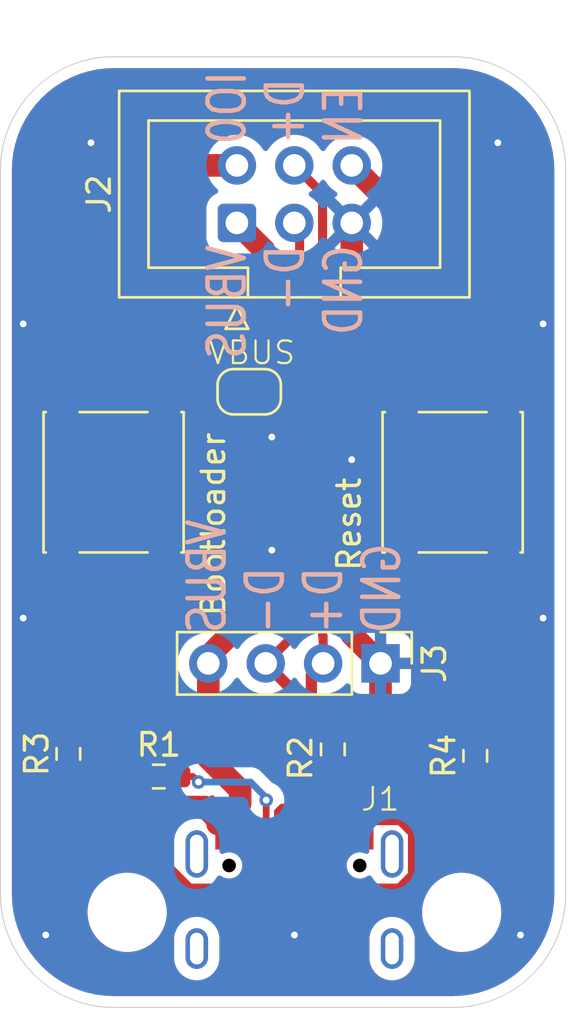
<source format=kicad_pcb>
(kicad_pcb (version 20241229) (generator "pcbnew") (generator_version "9.0")
  (layers (0 "F.Cu" signal) (2 "B.Cu" signal) (13 "F.Paste" user) (15 "B.Paste" user) (5 "F.SilkS" user "F.Silkscreen") (7 "B.SilkS" user "B.Silkscreen") (1 "F.Mask" user) (3 "B.Mask" user) (25 "Edge.Cuts" user))
  (net 0 "")
  (net 1 "Net-(J2-Pin_2)")
  (net 2 "Net-(BOOT1-Pad2)")
  (net 3 "GND")
  (net 4 "VBUS")
  (net 8 "Net-(J1-Dp1)")
  (net 9 "Net-(J1-Dn1)")
  (net 10 "Net-(J1-CC1-Pad4)")
  (net 12 "Net-(J1-CC1-Pad10)")
  (net 15 "Net-(J2-Pin_1)")
  (net 16 "Net-(J2-Pin_6)")
  (net 17 "Net-(R4-Pad1)")
  (footprint "Resistor_SMD:R_0603_1608Metric_Pad0.98x0.95mm_HandSolder" (layer "F.Cu") (at 124.7 98.8 90)
    (property "Reference" "R2" (at -0.3865 -1.43 90) (layer "F.SilkS"))
    (property "Value" "1.5k")
    (fp_line (start -0.254724 -0.5225) (end 0.254724 -0.5225) (stroke (width 0.12)) (layer "F.SilkS"))
    (fp_line (start -0.254724 0.5225) (end 0.254724 0.5225) (stroke (width 0.12)) (layer "F.SilkS"))
    (pad "1" smd roundrect (at -0.9125 0 90) (size 0.975 0.95) (layers "F.Cu" "F.Mask" "F.Paste") (net 12 "Net-(J1-CC1-Pad10)"))
    (pad "2" smd roundrect (at 0.9125 0 90) (size 0.975 0.95) (layers "F.Cu" "F.Mask" "F.Paste") (net 3 "GND"))
  )
  (footprint "Button_Switch_SMD:SW_Push_1P1T_NO_E-Switch_TL3301NxxxxxG" (layer "F.Cu") (at 115 87 90)
    (property "Reference" "BOOT1" (hide yes))
    (property "Value" "SW_Push")
    (fp_line (start -3.1 -3.1) (end 3.1 -3.1) (stroke (width 0.12)) (layer "F.SilkS"))
    (fp_line (start -3.1 -3.1) (end -3.1 -3) (stroke (width 0.12)) (layer "F.SilkS"))
    (fp_line (start 3.1 -3) (end 3.1 -3.1) (stroke (width 0.12)) (layer "F.SilkS"))
    (fp_line (start 3.1 -1.5) (end 3.1 1.5) (stroke (width 0.12)) (layer "F.SilkS"))
    (fp_line (start -3.1 -1.5) (end -3.1 1.5) (stroke (width 0.12)) (layer "F.SilkS"))
    (fp_line (start 3.1 3.1) (end 3.1 3) (stroke (width 0.12)) (layer "F.SilkS"))
    (fp_line (start -3.1 3.1) (end -3.1 3) (stroke (width 0.12)) (layer "F.SilkS"))
    (fp_line (start -3.1 3.1) (end 3.1 3.1) (stroke (width 0.12)) (layer "F.SilkS"))
    (pad "1" smd roundrect (at -4.55 -2.25 90) (size 2.1 1.4) (layers "F.Cu" "F.Mask" "F.Paste") (roundrect_rratio 0.1785714286) (net 1 "Net-(J2-Pin_2)"))
    (pad "1" smd roundrect (at 4.55 -2.25 90) (size 2.1 1.4) (layers "F.Cu" "F.Mask" "F.Paste") (roundrect_rratio 0.1785714286) (net 1 "Net-(J2-Pin_2)"))
    (pad "2" smd roundrect (at -4.55 2.25 90) (size 2.1 1.4) (layers "F.Cu" "F.Mask" "F.Paste") (roundrect_rratio 0.1785714286) (net 2 "Net-(BOOT1-Pad2)"))
    (pad "2" smd roundrect (at 4.55 2.25 90) (size 2.1 1.4) (layers "F.Cu" "F.Mask" "F.Paste") (roundrect_rratio 0.1785714286) (net 2 "Net-(BOOT1-Pad2)"))
  )
  (footprint "Jumper:SolderJumper-2_P1.3mm_Bridged_RoundedPad1.0x1.5mm" (layer "F.Cu") (at 121 83)
    (property "Reference" "JP1" (hide yes))
    (property "Value" "Jumper_2_Bridged")
    (fp_poly (pts (xy 0.25 -0.3) (xy -0.25 -0.3) (xy -0.25 0.3) (xy 0.25 0.3)) (fill yes) (layer "F.Cu"))
    (fp_line (start -1.4 0.3) (end -1.4 -0.3) (stroke (width 0.12)) (layer "F.SilkS"))
    (fp_line (start -0.7 -1) (end 0.7 -1) (stroke (width 0.12)) (layer "F.SilkS"))
    (fp_line (start 0.7 1) (end -0.7 1) (stroke (width 0.12)) (layer "F.SilkS"))
    (fp_line (start 1.4 -0.3) (end 1.4 0.3) (stroke (width 0.12)) (layer "F.SilkS"))
    (fp_arc (start -1.4 -0.3) (mid -1.194975 -0.794975) (end -0.7 -1) (stroke (width 0.12)) (layer "F.SilkS"))
    (fp_arc (start -0.7 1) (mid -1.194975 0.794975) (end -1.4 0.3) (stroke (width 0.12)) (layer "F.SilkS"))
    (fp_arc (start 0.7 -1) (mid 1.194975 -0.794975) (end 1.4 -0.3) (stroke (width 0.12)) (layer "F.SilkS"))
    (fp_arc (start 1.4 0.3) (mid 1.194975 0.794975) (end 0.7 1) (stroke (width 0.12)) (layer "F.SilkS"))
    (pad "1" smd custom (at -0.65 0) (size 1 0.5) (layers "F.Cu" "F.Mask") (net 4 "VBUS") (options (clearance outline) (anchor rect)) (primitives (gr_circle (center 0 0.25) (end 0.5 0.25) (width 0) (fill yes)) (gr_circle (center 0 -0.25) (end 0.5 -0.25) (width 0) (fill yes)) (gr_poly (pts (xy 0.5 0.75) (xy 0 0.75) (xy 0 -0.75) (xy 0.5 -0.75)) (width 0) (fill yes))))
    (pad "2" smd custom (at 0.65 0) (size 1 0.5) (layers "F.Cu" "F.Mask") (net 15 "Net-(J2-Pin_1)") (options (clearance outline) (anchor rect)) (primitives (gr_circle (center 0 0.25) (end 0.5 0.25) (width 0) (fill yes)) (gr_circle (center 0 -0.25) (end 0.5 -0.25) (width 0) (fill yes)) (gr_poly (pts (xy 0 0.75) (xy -0.5 0.75) (xy -0.5 -0.75) (xy 0 -0.75)) (width 0) (fill yes))))
  )
  (footprint "Resistor_SMD:R_0603_1608Metric_Pad0.98x0.95mm_HandSolder" (layer "F.Cu") (at 117 100 180)
    (property "Reference" "R1" (at 0 1.4 0) (layer "F.SilkS"))
    (property "Value" "1.5k")
    (fp_line (start -0.254724 0.5225) (end 0.254724 0.5225) (stroke (width 0.12)) (layer "F.SilkS"))
    (fp_line (start -0.254724 -0.5225) (end 0.254724 -0.5225) (stroke (width 0.12)) (layer "F.SilkS"))
    (pad "1" smd roundrect (at -0.9125 0 180) (size 0.975 0.95) (layers "F.Cu" "F.Mask" "F.Paste") (net 10 "Net-(J1-CC1-Pad4)"))
    (pad "2" smd roundrect (at 0.9125 0 180) (size 0.975 0.95) (layers "F.Cu" "F.Mask" "F.Paste") (net 3 "GND"))
  )
  (footprint "Connector_PinHeader_2.54mm:PinHeader_1x04_P2.54mm_Vertical" (layer "F.Cu") (at 126.81 95 -90)
    (property "Reference" "J3" (at 0 -2.38 90) (layer "F.SilkS"))
    (property "Value" "Conn_01x04_Pin")
    (fp_line (start -1.38 9) (end 1.38 9) (stroke (width 0.12)) (layer "F.SilkS"))
    (fp_line (start -1.38 1.27) (end -1.38 9) (stroke (width 0.12)) (layer "F.SilkS"))
    (fp_line (start -1.38 1.27) (end 1.38 1.27) (stroke (width 0.12)) (layer "F.SilkS"))
    (fp_line (start 1.38 1.27) (end 1.38 9) (stroke (width 0.12)) (layer "F.SilkS"))
    (fp_line (start -1.38 0) (end -1.38 -1.38) (stroke (width 0.12)) (layer "F.SilkS"))
    (fp_line (start -1.38 -1.38) (end 0 -1.38) (stroke (width 0.12)) (layer "F.SilkS"))
    (pad "1" thru_hole rect (at 0 0 270) (size 1.7 1.7) (drill 1) (layers "*.Cu" "*.Mask") (net 3 "GND"))
    (pad "2" thru_hole circle (at 0 2.54 270) (size 1.7 1.7) (drill 1) (layers "*.Cu" "*.Mask") (net 8 "Net-(J1-Dp1)"))
    (pad "3" thru_hole circle (at 0 5.08 270) (size 1.7 1.7) (drill 1) (layers "*.Cu" "*.Mask") (net 9 "Net-(J1-Dn1)"))
    (pad "4" thru_hole circle (at 0 7.62 270) (size 1.7 1.7) (drill 1) (layers "*.Cu" "*.Mask") (net 4 "VBUS"))
  )
  (footprint "Button_Switch_SMD:SW_Push_1P1T_NO_E-Switch_TL3301NxxxxxG" (layer "F.Cu") (at 130 87 90)
    (property "Reference" "RESET1" (hide yes))
    (property "Value" "SW_Push")
    (fp_line (start -3.1 -3.1) (end 3.1 -3.1) (stroke (width 0.12)) (layer "F.SilkS"))
    (fp_line (start -3.1 -3.1) (end -3.1 -3) (stroke (width 0.12)) (layer "F.SilkS"))
    (fp_line (start 3.1 -3) (end 3.1 -3.1) (stroke (width 0.12)) (layer "F.SilkS"))
    (fp_line (start 3.1 -1.5) (end 3.1 1.5) (stroke (width 0.12)) (layer "F.SilkS"))
    (fp_line (start -3.1 -1.5) (end -3.1 1.5) (stroke (width 0.12)) (layer "F.SilkS"))
    (fp_line (start 3.1 3.1) (end 3.1 3) (stroke (width 0.12)) (layer "F.SilkS"))
    (fp_line (start -3.1 3.1) (end -3.1 3) (stroke (width 0.12)) (layer "F.SilkS"))
    (fp_line (start -3.1 3.1) (end 3.1 3.1) (stroke (width 0.12)) (layer "F.SilkS"))
    (pad "1" smd roundrect (at -4.55 -2.25 90) (size 2.1 1.4) (layers "F.Cu" "F.Mask" "F.Paste") (roundrect_rratio 0.1785714286) (net 16 "Net-(J2-Pin_6)"))
    (pad "1" smd roundrect (at 4.55 -2.25 90) (size 2.1 1.4) (layers "F.Cu" "F.Mask" "F.Paste") (roundrect_rratio 0.1785714286) (net 16 "Net-(J2-Pin_6)"))
    (pad "2" smd roundrect (at -4.55 2.25 90) (size 2.1 1.4) (layers "F.Cu" "F.Mask" "F.Paste") (roundrect_rratio 0.1785714286) (net 17 "Net-(R4-Pad1)"))
    (pad "2" smd roundrect (at 4.55 2.25 90) (size 2.1 1.4) (layers "F.Cu" "F.Mask" "F.Paste") (roundrect_rratio 0.1785714286) (net 17 "Net-(R4-Pad1)"))
  )
  (footprint "MountingHole:MountingHole_3mm" (layer "F.Cu") (at 130.2 106)
    (property "Reference" "H2" (hide yes))
    (property "Value" "MountingHole")
    (pad "" np_thru_hole circle (at 0.2 0) (size 3 3) (drill 3) (layers "*.Cu" "*.Mask"))
  )
  (footprint "Resistor_SMD:R_0603_1608Metric_Pad0.98x0.95mm_HandSolder" (layer "F.Cu") (at 131 99.0875 -90)
    (property "Reference" "R4" (at 0 1.4 90) (layer "F.SilkS"))
    (property "Value" "0")
    (fp_line (start -0.254724 0.5225) (end 0.254724 0.5225) (stroke (width 0.12)) (layer "F.SilkS"))
    (fp_line (start -0.254724 -0.5225) (end 0.254724 -0.5225) (stroke (width 0.12)) (layer "F.SilkS"))
    (pad "1" smd roundrect (at -0.9125 0 270) (size 0.975 0.95) (layers "F.Cu" "F.Mask" "F.Paste") (net 17 "Net-(R4-Pad1)"))
    (pad "2" smd roundrect (at 0.9125 0 270) (size 0.975 0.95) (layers "F.Cu" "F.Mask" "F.Paste") (net 3 "GND"))
  )
  (footprint "connectors:USB-C 16 pin socket" (layer "F.Cu") (at 123 107.6)
    (property "Reference" "J1" (at 3.8 -6.6 0) (layer "F.SilkS") (effects (font (thickness 0.1))))
    (property "Value" "~")
    (pad "" np_thru_hole circle (at -2.89 -3.67) (size 0.6 0.6) (drill 0.65) (layers "*.Mask"))
    (pad "" np_thru_hole circle (at 2.89 -3.67) (size 0.6 0.6) (drill 0.65) (layers "*.Mask"))
    (pad "1" smd rect (at -3.2 -5.1) (size 0.6 1.45) (layers "F.Cu" "F.Mask" "F.Paste") (net 3 "GND"))
    (pad "2" smd rect (at -2.4 -5.1) (size 0.6 1.45) (layers "F.Cu" "F.Mask" "F.Paste") (net 4 "VBUS"))
    (pad "3" smd rect (at -1.75 -5.1) (size 0.3 1.45) (layers "F.Cu" "F.Mask" "F.Paste"))
    (pad "4" smd rect (at -1.25 -5.1) (size 0.3 1.45) (layers "F.Cu" "F.Mask" "F.Paste") (net 10 "Net-(J1-CC1-Pad4)"))
    (pad "5" smd rect (at -0.75 -5.1) (size 0.3 1.45) (layers "F.Cu" "F.Mask" "F.Paste") (net 9 "Net-(J1-Dn1)"))
    (pad "6" smd rect (at -0.25 -5.1) (size 0.3 1.45) (layers "F.Cu" "F.Mask" "F.Paste") (net 8 "Net-(J1-Dp1)"))
    (pad "7" smd rect (at 0.25 -5.1) (size 0.3 1.45) (layers "F.Cu" "F.Mask" "F.Paste") (net 9 "Net-(J1-Dn1)"))
    (pad "8" smd rect (at 0.75 -5.1) (size 0.3 1.45) (layers "F.Cu" "F.Mask" "F.Paste") (net 8 "Net-(J1-Dp1)"))
    (pad "9" smd rect (at 1.25 -5.1) (size 0.3 1.45) (layers "F.Cu" "F.Mask" "F.Paste"))
    (pad "10" smd rect (at 1.75 -5.1) (size 0.3 1.45) (layers "F.Cu" "F.Mask" "F.Paste") (net 12 "Net-(J1-CC1-Pad10)"))
    (pad "11" smd rect (at 2.4 -5.1) (size 0.6 1.45) (layers "F.Cu" "F.Mask" "F.Paste") (net 4 "VBUS"))
    (pad "12" smd rect (at 3.2 -5.1) (size 0.6 1.45) (layers "F.Cu" "F.Mask" "F.Paste") (net 3 "GND"))
    (pad "SH" thru_hole oval (at -4.32 -4.18) (size 1 2.1) (drill oval 0.6 1.7) (property pad_prop_heatsink) (layers "*.Cu" "*.Mask"))
    (pad "SH" thru_hole oval (at -4.32 0) (size 1 1.8) (drill oval 0.6 1.4) (property pad_prop_heatsink) (layers "*.Cu" "*.Mask"))
    (pad "SH" thru_hole oval (at 4.32 -4.18) (size 1 2.1) (drill oval 0.6 1.7) (property pad_prop_heatsink) (layers "*.Cu" "*.Mask"))
    (pad "SH" thru_hole oval (at 4.32 0) (size 1 1.8) (drill oval 0.6 1.4) (property pad_prop_heatsink) (layers "*.Cu" "*.Mask"))
  )
  (footprint "MountingHole:MountingHole_3mm" (layer "F.Cu") (at 115.6 106)
    (property "Reference" "H1" (hide yes))
    (property "Value" "MountingHole")
    (pad "" np_thru_hole circle (at 0 0) (size 3 3) (drill 3) (layers "*.Cu" "*.Mask"))
  )
  (footprint "Resistor_SMD:R_0603_1608Metric_Pad0.98x0.95mm_HandSolder" (layer "F.Cu") (at 113 99 -90)
    (property "Reference" "R3" (at 0 1.4 90) (layer "F.SilkS"))
    (property "Value" "0")
    (fp_line (start -0.254724 0.5225) (end 0.254724 0.5225) (stroke (width 0.12)) (layer "F.SilkS"))
    (fp_line (start -0.254724 -0.5225) (end 0.254724 -0.5225) (stroke (width 0.12)) (layer "F.SilkS"))
    (pad "1" smd roundrect (at -0.9125 0 270) (size 0.975 0.95) (layers "F.Cu" "F.Mask" "F.Paste") (net 2 "Net-(BOOT1-Pad2)"))
    (pad "2" smd roundrect (at 0.9125 0 270) (size 0.975 0.95) (layers "F.Cu" "F.Mask" "F.Paste") (net 3 "GND"))
  )
  (footprint "Connector_IDC:IDC-Header_2x03_P2.54mm_Vertical" (layer "F.Cu") (at 120.455 75.54 90)
    (property "Reference" "J2" (at 1.27 -6.1 90) (layer "F.SilkS"))
    (property "Value" "Conn_02x03_Odd_Even")
    (fp_line (start 5.83 -5.21) (end 5.83 10.29) (stroke (width 0.12)) (layer "F.SilkS"))
    (fp_line (start -3.29 -5.21) (end 5.83 -5.21) (stroke (width 0.12)) (layer "F.SilkS"))
    (fp_line (start 4.52 -3.91) (end 4.52 8.99) (stroke (width 0.12)) (layer "F.SilkS"))
    (fp_line (start -1.98 -3.91) (end 4.52 -3.91) (stroke (width 0.12)) (layer "F.SilkS"))
    (fp_line (start -4.68 -0.5) (end -4.68 0.5) (stroke (width 0.12)) (layer "F.SilkS"))
    (fp_line (start -3.68 0) (end -4.68 -0.5) (stroke (width 0.12)) (layer "F.SilkS"))
    (fp_line (start -1.98 0.49) (end -1.98 -3.91) (stroke (width 0.12)) (layer "F.SilkS"))
    (fp_line (start -3.29 0.49) (end -1.98 0.49) (stroke (width 0.12)) (layer "F.SilkS"))
    (fp_line (start -4.68 0.5) (end -3.68 0) (stroke (width 0.12)) (layer "F.SilkS"))
    (fp_line (start -1.98 4.59) (end -3.29 4.59) (stroke (width 0.12)) (layer "F.SilkS"))
    (fp_line (start 4.52 8.99) (end -1.98 8.99) (stroke (width 0.12)) (layer "F.SilkS"))
    (fp_line (start -1.98 8.99) (end -1.98 4.59) (stroke (width 0.12)) (layer "F.SilkS"))
    (fp_line (start 5.83 10.29) (end -3.29 10.29) (stroke (width 0.12)) (layer "F.SilkS"))
    (fp_line (start -3.29 10.29) (end -3.29 -5.21) (stroke (width 0.12)) (layer "F.SilkS"))
    (pad "1" thru_hole roundrect (at 0 0 90) (size 1.7 1.7) (drill 1) (layers "*.Cu" "*.Mask") (roundrect_rratio 0.147059) (net 15 "Net-(J2-Pin_1)"))
    (pad "2" thru_hole circle (at 2.54 0 90) (size 1.7 1.7) (drill 1) (layers "*.Cu" "*.Mask") (net 1 "Net-(J2-Pin_2)"))
    (pad "3" thru_hole circle (at 0 2.54 90) (size 1.7 1.7) (drill 1) (layers "*.Cu" "*.Mask") (net 9 "Net-(J1-Dn1)"))
    (pad "4" thru_hole circle (at 2.54 2.54 90) (size 1.7 1.7) (drill 1) (layers "*.Cu" "*.Mask") (net 8 "Net-(J1-Dp1)"))
    (pad "5" thru_hole circle (at 0 5.08 90) (size 1.7 1.7) (drill 1) (layers "*.Cu" "*.Mask") (net 3 "GND"))
    (pad "6" thru_hole circle (at 2.54 5.08 90) (size 1.7 1.7) (drill 1) (layers "*.Cu" "*.Mask") (net 16 "Net-(J2-Pin_6)"))
  )
  (gr_arc (start 115 110.2) (mid 111.464466 108.735534) (end 110 105.2) (stroke (width 0.05)) (layer "Edge.Cuts"))
  (gr_line (start 115 68.2) (end 130 68.2) (stroke (width 0.05)) (layer "Edge.Cuts"))
  (gr_line (start 135 73.2) (end 135 105.2) (stroke (width 0.05)) (layer "Edge.Cuts"))
  (gr_arc (start 135 105.2) (mid 133.535534 108.735534) (end 130 110.2) (stroke (width 0.05)) (layer "Edge.Cuts"))
  (gr_arc (start 130 68.2) (mid 133.535534 69.664466) (end 135 73.2) (stroke (width 0.05)) (layer "Edge.Cuts"))
  (gr_arc (start 110 73.2) (mid 111.464466 69.664466) (end 115 68.2) (stroke (width 0.05)) (layer "Edge.Cuts"))
  (gr_line (start 110 105.2) (end 110 73.2) (stroke (width 0.05)) (layer "Edge.Cuts"))
  (gr_line (start 130 110.2) (end 115 110.2) (stroke (width 0.05)) (layer "Edge.Cuts"))
  (gr_text "VBUS" (at 119.12 81.86 0) (layer "F.SilkS") (effects (font (size 1 1) (thickness 0.1)) (justify left bottom)))
  (gr_text "Bootloader" (at 120 93 90) (layer "F.SilkS") (effects (font (size 1 1)) (justify left bottom)))
  (gr_text "Reset\n" (at 126 91 90) (layer "F.SilkS") (effects (font (size 1 1)) (justify left bottom)))
  (gr_text "VBUS\nD-\nD+\nGND" (at 123 93.8 90) (layer "B.SilkS") (effects (font (size 1.6 1.3) (thickness 0.2)) (justify right mirror)))
  (gr_text "VBUS\nD-\nGND" (at 122.6 76.4 90) (layer "B.SilkS") (effects (font (size 1.6 1.3) (thickness 0.2)) (justify left mirror)))
  (gr_text "IO0\nD+\nEN" (at 122.6 72.2 90) (layer "B.SilkS") (effects (font (size 1.6 1.3) (thickness 0.2)) (justify right mirror)))
  (segment (start 112.75 79.047919) (end 112.75 82.45) (width 1) (layer "F.Cu") (net 1))
  (segment (start 120 73) (end 118.797919 73) (width 1) (layer "F.Cu") (net 1))
  (segment (start 112.75 82) (end 112.75 91.1) (width 1) (layer "F.Cu") (net 1))
  (segment (start 118.797919 73) (end 112.75 79.047919) (width 1) (layer "F.Cu") (net 1))
  (segment (start 117.25 91.55) (end 117.25 93.8375) (width 1) (layer "F.Cu") (net 2))
  (segment (start 117.25 93.8375) (end 113 98.0875) (width 1) (layer "F.Cu") (net 2))
  (segment (start 117.25 91.1) (end 117.25 91.3875) (width 1) (layer "F.Cu") (net 2))
  (segment (start 117.25 82) (end 117.25 91.1) (width 1) (layer "F.Cu") (net 2))
  (segment (start 117 103.98847) (end 118.238519 105.226989) (width 1) (layer "F.Cu") (net 3))
  (segment (start 128.521 102.37253) (end 127.79847 101.65) (width 1) (layer "F.Cu") (net 3))
  (segment (start 125.535 75.54) (end 125.535 86) (width 1) (layer "F.Cu") (net 3))
  (segment (start 125.535 86) (end 125.535 87) (width 1) (layer "F.Cu") (net 3))
  (segment (start 117 101.35) (end 117 103.98847) (width 1) (layer "F.Cu") (net 3))
  (segment (start 128.521 104.46747) (end 128.521 102.37253) (width 1) (layer "F.Cu") (net 3))
  (segment (start 126.81 101.24) (end 126.4 101.65) (width 1) (layer "F.Cu") (net 3))
  (segment (start 128.62747 102.37253) (end 131 100) (width 1) (layer "F.Cu") (net 3))
  (segment (start 119.052944 101.35) (end 119.599 101.896056) (width 1) (layer "F.Cu") (net 3))
  (segment (start 113 99.9125) (end 114.4375 101.35) (width 1) (layer "F.Cu") (net 3))
  (segment (start 124.7 97.8875) (end 126.7225 97.8875) (width 1) (layer "F.Cu") (net 3))
  (segment (start 126.81 95) (end 126.81 97.8) (width 1) (layer "F.Cu") (net 3))
  (segment (start 116 101.35) (end 117 101.35) (width 1) (layer "F.Cu") (net 3))
  (segment (start 127.79847 101.65) (end 126.4 101.65) (width 1) (layer "F.Cu") (net 3))
  (segment (start 126.7225 97.8875) (end 126.81 97.8) (width 1) (layer "F.Cu") (net 3))
  (segment (start 117 101.35) (end 119.052944 101.35) (width 1) (layer "F.Cu") (net 3))
  (segment (start 127.761481 105.226989) (end 128.521 104.46747) (width 1) (layer "F.Cu") (net 3))
  (segment (start 116 101.35) (end 116 100.0875) (width 1) (layer "F.Cu") (net 3))
  (segment (start 118.238519 105.226989) (end 127.761481 105.226989) (width 1) (layer "F.Cu") (net 3))
  (segment (start 119.599 101.896056) (end 119.599 102.09053) (width 1) (layer "F.Cu") (net 3))
  (segment (start 126.81 97.8) (end 126.81 101.24) (width 1) (layer "F.Cu") (net 3))
  (segment (start 116 100.0875) (end 116.0875 100) (width 1) (layer "F.Cu") (net 3))
  (segment (start 125.535 87) (end 125.535 93.725) (width 1) (layer "F.Cu") (net 3))
  (segment (start 125.535 93.725) (end 126.81 95) (width 1) (layer "F.Cu") (net 3))
  (segment (start 114.4375 101.35) (end 116 101.35) (width 1) (layer "F.Cu") (net 3))
  (segment (start 128.521 102.37253) (end 128.62747 102.37253) (width 1) (layer "F.Cu") (net 3))
  (via (at 122 85) (size 0.6) (drill 0.3) (layers "F.Cu" "B.Cu") (net 3))
  (via (at 122 90) (size 0.6) (drill 0.3) (layers "F.Cu" "B.Cu") (net 3))
  (via (at 134 80) (size 0.6) (drill 0.3) (layers "F.Cu" "B.Cu") (net 3))
  (via (at 125.535 86) (size 0.6) (drill 0.3) (layers "F.Cu" "B.Cu") (net 3))
  (via (at 133 107) (size 0.6) (drill 0.3) (layers "F.Cu" "B.Cu") (net 3))
  (via (at 111 80) (size 0.6) (drill 0.3) (layers "F.Cu" "B.Cu") (net 3))
  (via (at 112 107) (size 0.6) (drill 0.3) (layers "F.Cu" "B.Cu") (net 3))
  (via (at 114 72) (size 0.6) (drill 0.3) (layers "F.Cu" "B.Cu") (net 3))
  (via (at 134 93) (size 0.6) (drill 0.3) (layers "F.Cu" "B.Cu") (net 3))
  (via (at 132 72) (size 0.6) (drill 0.3) (layers "F.Cu" "B.Cu") (net 3))
  (via (at 111 93) (size 0.6) (drill 0.3) (layers "F.Cu" "B.Cu") (net 3))
  (via (at 123 107) (size 0.6) (drill 0.3) (layers "F.Cu" "B.Cu") (net 3))
  (segment (start 121.604419 104.326989) (end 120.6 103.32257) (width 0.4) (layer "F.Cu") (net 4))
  (segment (start 125.4 102.5) (end 125.4 103.32257) (width 0.4) (layer "F.Cu") (net 4))
  (segment (start 119.19 95) (end 119.19 99.19) (width 1) (layer "F.Cu") (net 4))
  (segment (start 120.35 93.53) (end 120.35 83) (width 1) (layer "F.Cu") (net 4))
  (segment (start 125.4 103.32257) (end 124.395581 104.326989) (width 0.4) (layer "F.Cu") (net 4))
  (segment (start 124.395581 104.326989) (end 121.604419 104.326989) (width 0.4) (layer "F.Cu") (net 4))
  (segment (start 119.19 94.69) (end 120.35 93.53) (width 1) (layer "F.Cu") (net 4))
  (segment (start 120.6 100.6) (end 120.6 101.2) (width 1) (layer "F.Cu") (net 4))
  (segment (start 119.19 99.19) (end 120.6 100.6) (width 1) (layer "F.Cu") (net 4))
  (segment (start 119.19 95) (end 119.19 94.69) (width 1) (layer "F.Cu") (net 4))
  (segment (start 120.6 103.32257) (end 120.6 102.5) (width 0.4) (layer "F.Cu") (net 4))
  (segment (start 120.6 101.2) (end 120.6 102.5) (width 0.5) (layer "F.Cu") (net 4))
  (segment (start 124.27 95) (end 124.27 93.797919) (width 0.4) (layer "F.Cu") (net 8))
  (segment (start 123.75 102.5) (end 123.75 103.426) (width 0.3) (layer "F.Cu") (net 8))
  (segment (start 124.246 93.773919) (end 124.246 74.251) (width 0.4) (layer "F.Cu") (net 8))
  (segment (start 124.246 74.251) (end 122.995 73) (width 0.4) (layer "F.Cu") (net 8))
  (segment (start 123.75 102.5) (end 123.75 101.200058) (width 0.3) (layer "F.Cu") (net 8))
  (segment (start 122.75 103.477) (end 122.75 102.5) (width 0.3) (layer "F.Cu") (net 8))
  (segment (start 123.749 95.521) (end 123.749 101.199058) (width 0.5) (layer "F.Cu") (net 8))
  (segment (start 124.27 95) (end 123.749 95.521) (width 0.5) (layer "F.Cu") (net 8))
  (segment (start 124.27 93.797919) (end 124.246 93.773919) (width 0.4) (layer "F.Cu") (net 8))
  (segment (start 123.75 103.426) (end 123.526 103.65) (width 0.3) (layer "F.Cu") (net 8))
  (segment (start 123.829 94.559) (end 124.27 95) (width 0.4) (layer "F.Cu") (net 8))
  (segment (start 123.526 103.65) (end 122.923 103.65) (width 0.3) (layer "F.Cu") (net 8))
  (segment (start 122.923 103.65) (end 122.75 103.477) (width 0.3) (layer "F.Cu") (net 8))
  (segment (start 122.798917 96.068917) (end 122.798917 101.324) (width 0.5) (layer "F.Cu") (net 9))
  (segment (start 122.45 101.35) (end 123.05 101.35) (width 0.3) (layer "F.Cu") (net 9))
  (segment (start 121.73 95) (end 122.798917 96.068917) (width 0.5) (layer "F.Cu") (net 9))
  (segment (start 122.25 101.55) (end 122.25 102.5) (width 0.3) (layer "F.Cu") (net 9))
  (segment (start 123.229 76.229) (end 123.229 93.501) (width 0.4) (layer "F.Cu") (net 9))
  (segment (start 123.05 101.35) (end 123.25 101.55) (width 0.3) (layer "F.Cu") (net 9))
  (segment (start 122.798917 101.324) (end 122.8 101.324) (width 0.5) (layer "F.Cu") (net 9))
  (segment (start 122.25 101.55) (end 122.45 101.35) (width 0.3) (layer "F.Cu") (net 9))
  (segment (start 123.25 101.55) (end 123.25 102.5) (width 0.3) (layer "F.Cu") (net 9))
  (segment (start 123.229 93.501) (end 121.73 95) (width 0.4) (layer "F.Cu") (net 9))
  (segment (start 122.54 75.54) (end 123.229 76.229) (width 0.4) (layer "F.Cu") (net 9))
  (segment (start 121.75 102.5) (end 121.75 101.041175) (width 0.3) (layer "F.Cu") (net 10))
  (segment (start 117.9125 100) (end 118.515074 100) (width 0.3) (layer "F.Cu") (net 10))
  (segment (start 118.515074 100) (end 118.757537 100.242463) (width 0.3) (layer "F.Cu") (net 10))
  (via (at 118.757537 100.242463) (size 0.6) (drill 0.3) (layers "F.Cu" "B.Cu") (net 10))
  (via (at 121.75 101.041175) (size 0.6) (drill 0.3) (layers "F.Cu" "B.Cu") (net 10))
  (segment (start 121.75 100.934926) (end 121.75 101.041175) (width 0.3) (layer "B.Cu") (net 10))
  (segment (start 121.057537 100.242463) (end 121.75 100.934926) (width 0.3) (layer "B.Cu") (net 10))
  (segment (start 118.757537 100.242463) (end 121.057537 100.242463) (width 0.3) (layer "B.Cu") (net 10))
  (segment (start 124.7 102.45) (end 124.75 102.5) (width 0.2) (layer "F.Cu") (net 12))
  (segment (start 124.7 99.325) (end 124.7 102.45) (width 0.2) (layer "F.Cu") (net 12))
  (segment (start 121.65 76.735) (end 120.455 75.54) (width 1) (layer "F.Cu") (net 15))
  (segment (start 121.65 83) (end 121.65 76.735) (width 1) (layer "F.Cu") (net 15))
  (segment (start 127.75 75.215) (end 125.535 73) (width 1) (layer "F.Cu") (net 16))
  (segment (start 127.75 82.275) (end 127.75 91.375) (width 1) (layer "F.Cu") (net 16))
  (segment (start 127.75 82.45) (end 127.75 75.215) (width 1) (layer "F.Cu") (net 16))
  (segment (start 131 92.625) (end 131 98.175) (width 1) (layer "F.Cu") (net 17))
  (segment (start 131 92.625) (end 132.25 91.375) (width 1) (layer "F.Cu") (net 17))
  (segment (start 132.25 82.275) (end 132.25 91.375) (width 1) (layer "F.Cu") (net 17))
  (zone (net 3) (net_name "GND") (layers "F.Cu" "B.Cu") (connect_pads (clearance 0.5)) (min_thickness 0.25) (fill yes (thermal_gap 0.5) (thermal_bridge_width 0.5) (smoothing fillet) (radius 2))
    (polygon (pts (xy 110 68.2) (xy 135 68.2) (xy 135 110.2) (xy 110 110.2)))
  )
)
</source>
